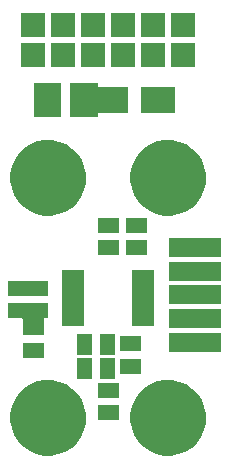
<source format=gbr>
%TF.GenerationSoftware,KiCad,Pcbnew,no-vcs-found-ad9916e~61~ubuntu16.04.1*%
%TF.CreationDate,2017-11-30T01:56:44+01:00*%
%TF.ProjectId,RPS01A,5250533031412E6B696361645F706362,01A*%
%TF.SameCoordinates,Original*%
%TF.FileFunction,Soldermask,Bot*%
%TF.FilePolarity,Negative*%
%FSLAX46Y46*%
G04 Gerber Fmt 4.6, Leading zero omitted, Abs format (unit mm)*
G04 Created by KiCad (PCBNEW no-vcs-found-ad9916e~61~ubuntu16.04.1) date Thu Nov 30 01:56:44 2017*
%MOMM*%
%LPD*%
G01*
G04 APERTURE LIST*
%ADD10C,0.350000*%
G04 APERTURE END LIST*
D10*
G36*
X130416110Y-106722128D02*
X131030848Y-106848315D01*
X131609363Y-107091500D01*
X132129631Y-107442426D01*
X132571824Y-107887717D01*
X132919105Y-108410418D01*
X133158249Y-108990622D01*
X133280004Y-109605534D01*
X133280004Y-109605551D01*
X133280137Y-109606224D01*
X133270128Y-110323007D01*
X133269977Y-110323670D01*
X133269977Y-110323694D01*
X133131099Y-110934968D01*
X132875851Y-111508261D01*
X132514107Y-112021067D01*
X132059653Y-112453838D01*
X131529787Y-112790100D01*
X130944712Y-113017036D01*
X130326688Y-113126011D01*
X129699273Y-113112868D01*
X129086359Y-112978110D01*
X128511293Y-112726871D01*
X127995980Y-112368718D01*
X127560044Y-111917294D01*
X127220093Y-111389792D01*
X126989075Y-110806307D01*
X126875790Y-110189064D01*
X126884551Y-109561576D01*
X127015027Y-108947734D01*
X127262248Y-108370925D01*
X127616795Y-107853123D01*
X128065163Y-107414048D01*
X128590276Y-107070424D01*
X129172132Y-106835339D01*
X129788571Y-106717746D01*
X130416110Y-106722128D01*
X130416110Y-106722128D01*
G37*
G36*
X140576110Y-106722128D02*
X141190848Y-106848315D01*
X141769363Y-107091500D01*
X142289631Y-107442426D01*
X142731824Y-107887717D01*
X143079105Y-108410418D01*
X143318249Y-108990622D01*
X143440004Y-109605534D01*
X143440004Y-109605551D01*
X143440137Y-109606224D01*
X143430128Y-110323007D01*
X143429977Y-110323670D01*
X143429977Y-110323694D01*
X143291099Y-110934968D01*
X143035851Y-111508261D01*
X142674107Y-112021067D01*
X142219653Y-112453838D01*
X141689787Y-112790100D01*
X141104712Y-113017036D01*
X140486688Y-113126011D01*
X139859273Y-113112868D01*
X139246359Y-112978110D01*
X138671293Y-112726871D01*
X138155980Y-112368718D01*
X137720044Y-111917294D01*
X137380093Y-111389792D01*
X137149075Y-110806307D01*
X137035790Y-110189064D01*
X137044551Y-109561576D01*
X137175027Y-108947734D01*
X137422248Y-108370925D01*
X137776795Y-107853123D01*
X138225163Y-107414048D01*
X138750276Y-107070424D01*
X139332132Y-106835339D01*
X139948571Y-106717746D01*
X140576110Y-106722128D01*
X140576110Y-106722128D01*
G37*
G36*
X136058500Y-110120000D02*
X134261500Y-110120000D01*
X134261500Y-108831000D01*
X136058500Y-108831000D01*
X136058500Y-110120000D01*
X136058500Y-110120000D01*
G37*
G36*
X136058500Y-108215000D02*
X134261500Y-108215000D01*
X134261500Y-106926000D01*
X136058500Y-106926000D01*
X136058500Y-108215000D01*
X136058500Y-108215000D01*
G37*
G36*
X135741000Y-106627500D02*
X134452000Y-106627500D01*
X134452000Y-104830500D01*
X135741000Y-104830500D01*
X135741000Y-106627500D01*
X135741000Y-106627500D01*
G37*
G36*
X133836000Y-106627500D02*
X132547000Y-106627500D01*
X132547000Y-104830500D01*
X133836000Y-104830500D01*
X133836000Y-106627500D01*
X133836000Y-106627500D01*
G37*
G36*
X137963500Y-106183000D02*
X136166500Y-106183000D01*
X136166500Y-104894000D01*
X137963500Y-104894000D01*
X137963500Y-106183000D01*
X137963500Y-106183000D01*
G37*
G36*
X129708500Y-104849500D02*
X127911500Y-104849500D01*
X127911500Y-103560500D01*
X129708500Y-103560500D01*
X129708500Y-104849500D01*
X129708500Y-104849500D01*
G37*
G36*
X135741000Y-104595500D02*
X134452000Y-104595500D01*
X134452000Y-102798500D01*
X135741000Y-102798500D01*
X135741000Y-104595500D01*
X135741000Y-104595500D01*
G37*
G36*
X133836000Y-104595500D02*
X132547000Y-104595500D01*
X132547000Y-102798500D01*
X133836000Y-102798500D01*
X133836000Y-104595500D01*
X133836000Y-104595500D01*
G37*
G36*
X144726000Y-104306000D02*
X140326000Y-104306000D01*
X140326000Y-102706000D01*
X144726000Y-102706000D01*
X144726000Y-104306000D01*
X144726000Y-104306000D01*
G37*
G36*
X137963500Y-104278000D02*
X136166500Y-104278000D01*
X136166500Y-102989000D01*
X137963500Y-102989000D01*
X137963500Y-104278000D01*
X137963500Y-104278000D01*
G37*
G36*
X130089500Y-101484000D02*
X129808500Y-101484000D01*
X129788991Y-101485921D01*
X129770232Y-101491612D01*
X129752943Y-101500853D01*
X129737789Y-101513289D01*
X129725353Y-101528443D01*
X129716112Y-101545732D01*
X129710421Y-101564491D01*
X129708500Y-101584000D01*
X129708500Y-102944500D01*
X127911500Y-102944500D01*
X127911500Y-101584000D01*
X127909579Y-101564491D01*
X127903888Y-101545732D01*
X127894647Y-101528443D01*
X127882211Y-101513289D01*
X127867057Y-101500853D01*
X127849768Y-101491612D01*
X127831009Y-101485921D01*
X127811500Y-101484000D01*
X126641500Y-101484000D01*
X126641500Y-100195000D01*
X130089500Y-100195000D01*
X130089500Y-101484000D01*
X130089500Y-101484000D01*
G37*
G36*
X144726000Y-102306000D02*
X140326000Y-102306000D01*
X140326000Y-100706000D01*
X144726000Y-100706000D01*
X144726000Y-102306000D01*
X144726000Y-102306000D01*
G37*
G36*
X133135000Y-102135000D02*
X131285000Y-102135000D01*
X131285000Y-97385000D01*
X133135000Y-97385000D01*
X133135000Y-102135000D01*
X133135000Y-102135000D01*
G37*
G36*
X139035000Y-102135000D02*
X137185000Y-102135000D01*
X137185000Y-97385000D01*
X139035000Y-97385000D01*
X139035000Y-102135000D01*
X139035000Y-102135000D01*
G37*
G36*
X144726000Y-100306000D02*
X140326000Y-100306000D01*
X140326000Y-98706000D01*
X144726000Y-98706000D01*
X144726000Y-100306000D01*
X144726000Y-100306000D01*
G37*
G36*
X130089500Y-99579000D02*
X126641500Y-99579000D01*
X126641500Y-98290000D01*
X130089500Y-98290000D01*
X130089500Y-99579000D01*
X130089500Y-99579000D01*
G37*
G36*
X144726000Y-98306000D02*
X140326000Y-98306000D01*
X140326000Y-96706000D01*
X144726000Y-96706000D01*
X144726000Y-98306000D01*
X144726000Y-98306000D01*
G37*
G36*
X144726000Y-96306000D02*
X140326000Y-96306000D01*
X140326000Y-94706000D01*
X144726000Y-94706000D01*
X144726000Y-96306000D01*
X144726000Y-96306000D01*
G37*
G36*
X138471500Y-96150000D02*
X136674500Y-96150000D01*
X136674500Y-94861000D01*
X138471500Y-94861000D01*
X138471500Y-96150000D01*
X138471500Y-96150000D01*
G37*
G36*
X136058500Y-96150000D02*
X134261500Y-96150000D01*
X134261500Y-94861000D01*
X136058500Y-94861000D01*
X136058500Y-96150000D01*
X136058500Y-96150000D01*
G37*
G36*
X138471500Y-94245000D02*
X136674500Y-94245000D01*
X136674500Y-92956000D01*
X138471500Y-92956000D01*
X138471500Y-94245000D01*
X138471500Y-94245000D01*
G37*
G36*
X136058500Y-94245000D02*
X134261500Y-94245000D01*
X134261500Y-92956000D01*
X136058500Y-92956000D01*
X136058500Y-94245000D01*
X136058500Y-94245000D01*
G37*
G36*
X130416110Y-86402128D02*
X131030848Y-86528315D01*
X131609363Y-86771500D01*
X132129631Y-87122426D01*
X132571824Y-87567717D01*
X132919105Y-88090418D01*
X133158249Y-88670622D01*
X133280004Y-89285534D01*
X133280004Y-89285551D01*
X133280137Y-89286224D01*
X133270128Y-90003007D01*
X133269977Y-90003670D01*
X133269977Y-90003694D01*
X133131099Y-90614968D01*
X132875851Y-91188261D01*
X132514107Y-91701067D01*
X132059653Y-92133838D01*
X131529787Y-92470100D01*
X130944712Y-92697036D01*
X130326688Y-92806011D01*
X129699273Y-92792868D01*
X129086359Y-92658110D01*
X128511293Y-92406871D01*
X127995980Y-92048718D01*
X127560044Y-91597294D01*
X127220093Y-91069792D01*
X126989075Y-90486307D01*
X126875790Y-89869064D01*
X126884551Y-89241576D01*
X127015027Y-88627734D01*
X127262248Y-88050925D01*
X127616795Y-87533123D01*
X128065163Y-87094048D01*
X128590276Y-86750424D01*
X129172132Y-86515339D01*
X129788571Y-86397746D01*
X130416110Y-86402128D01*
X130416110Y-86402128D01*
G37*
G36*
X140576110Y-86402128D02*
X141190848Y-86528315D01*
X141769363Y-86771500D01*
X142289631Y-87122426D01*
X142731824Y-87567717D01*
X143079105Y-88090418D01*
X143318249Y-88670622D01*
X143440004Y-89285534D01*
X143440004Y-89285551D01*
X143440137Y-89286224D01*
X143430128Y-90003007D01*
X143429977Y-90003670D01*
X143429977Y-90003694D01*
X143291099Y-90614968D01*
X143035851Y-91188261D01*
X142674107Y-91701067D01*
X142219653Y-92133838D01*
X141689787Y-92470100D01*
X141104712Y-92697036D01*
X140486688Y-92806011D01*
X139859273Y-92792868D01*
X139246359Y-92658110D01*
X138671293Y-92406871D01*
X138155980Y-92048718D01*
X137720044Y-91597294D01*
X137380093Y-91069792D01*
X137149075Y-90486307D01*
X137035790Y-89869064D01*
X137044551Y-89241576D01*
X137175027Y-88627734D01*
X137422248Y-88050925D01*
X137776795Y-87533123D01*
X138225163Y-87094048D01*
X138750276Y-86750424D01*
X139332132Y-86515339D01*
X139948571Y-86397746D01*
X140576110Y-86402128D01*
X140576110Y-86402128D01*
G37*
G36*
X131204560Y-84445680D02*
X128853840Y-84445680D01*
X128853840Y-81546320D01*
X131204560Y-81546320D01*
X131204560Y-84445680D01*
X131204560Y-84445680D01*
G37*
G36*
X134303360Y-81795570D02*
X134305281Y-81815079D01*
X134310972Y-81833838D01*
X134320213Y-81851127D01*
X134332649Y-81866281D01*
X134347803Y-81878717D01*
X134365092Y-81887958D01*
X134383851Y-81893649D01*
X134403360Y-81895570D01*
X136863680Y-81895570D01*
X136863680Y-84096430D01*
X134403360Y-84096430D01*
X134383851Y-84098351D01*
X134365092Y-84104042D01*
X134347803Y-84113283D01*
X134332649Y-84125719D01*
X134320213Y-84140873D01*
X134310972Y-84158162D01*
X134305281Y-84176921D01*
X134303360Y-84196430D01*
X134303360Y-84445680D01*
X131952640Y-84445680D01*
X131952640Y-81546320D01*
X134303360Y-81546320D01*
X134303360Y-81795570D01*
X134303360Y-81795570D01*
G37*
G36*
X140861640Y-84096430D02*
X137962280Y-84096430D01*
X137962280Y-81895570D01*
X140861640Y-81895570D01*
X140861640Y-84096430D01*
X140861640Y-84096430D01*
G37*
G36*
X142535500Y-80211500D02*
X140484500Y-80211500D01*
X140484500Y-78160500D01*
X142535500Y-78160500D01*
X142535500Y-80211500D01*
X142535500Y-80211500D01*
G37*
G36*
X137455500Y-80211500D02*
X135404500Y-80211500D01*
X135404500Y-78160500D01*
X137455500Y-78160500D01*
X137455500Y-80211500D01*
X137455500Y-80211500D01*
G37*
G36*
X129835500Y-80211500D02*
X127784500Y-80211500D01*
X127784500Y-78160500D01*
X129835500Y-78160500D01*
X129835500Y-80211500D01*
X129835500Y-80211500D01*
G37*
G36*
X134915500Y-80211500D02*
X132864500Y-80211500D01*
X132864500Y-78160500D01*
X134915500Y-78160500D01*
X134915500Y-80211500D01*
X134915500Y-80211500D01*
G37*
G36*
X132375500Y-80211500D02*
X130324500Y-80211500D01*
X130324500Y-78160500D01*
X132375500Y-78160500D01*
X132375500Y-80211500D01*
X132375500Y-80211500D01*
G37*
G36*
X139995500Y-80211500D02*
X137944500Y-80211500D01*
X137944500Y-78160500D01*
X139995500Y-78160500D01*
X139995500Y-80211500D01*
X139995500Y-80211500D01*
G37*
G36*
X134915500Y-77671500D02*
X132864500Y-77671500D01*
X132864500Y-75620500D01*
X134915500Y-75620500D01*
X134915500Y-77671500D01*
X134915500Y-77671500D01*
G37*
G36*
X132375500Y-77671500D02*
X130324500Y-77671500D01*
X130324500Y-75620500D01*
X132375500Y-75620500D01*
X132375500Y-77671500D01*
X132375500Y-77671500D01*
G37*
G36*
X129835500Y-77671500D02*
X127784500Y-77671500D01*
X127784500Y-75620500D01*
X129835500Y-75620500D01*
X129835500Y-77671500D01*
X129835500Y-77671500D01*
G37*
G36*
X137455500Y-77671500D02*
X135404500Y-77671500D01*
X135404500Y-75620500D01*
X137455500Y-75620500D01*
X137455500Y-77671500D01*
X137455500Y-77671500D01*
G37*
G36*
X139995500Y-77671500D02*
X137944500Y-77671500D01*
X137944500Y-75620500D01*
X139995500Y-75620500D01*
X139995500Y-77671500D01*
X139995500Y-77671500D01*
G37*
G36*
X142535500Y-77671500D02*
X140484500Y-77671500D01*
X140484500Y-75620500D01*
X142535500Y-75620500D01*
X142535500Y-77671500D01*
X142535500Y-77671500D01*
G37*
M02*

</source>
